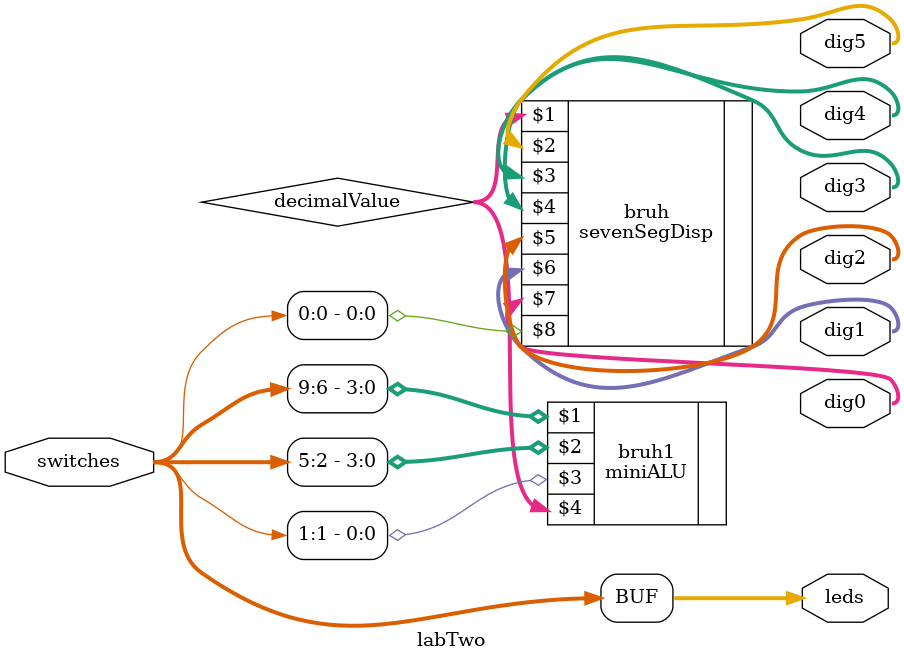
<source format=sv>
module labTwo(switches, leds, dig5, dig4, dig3, dig2, dig1, dig0);
	//since this is the top level, it should include all of your IO as ports
	//Inputs: switches
	//Outputs: leds, 6 seven segment signals (dig5, dig4, dig3, dig2, dig1, dig0) that are 8 bits each
	//Other reg/wires:
	 reg [3:0] input5, input4, input3, input2, input1, input0; //These are inputs for your six seven-seg displays 
	 reg [19:0] decimalValue;
	 
	 // assign decimalValue = {10'b0000000000, switches};

	/*
	----------PART ONE----------
	Assign your LED pin outs based on your switch inputs. 
	This should be very simple (assign statements) and can go directly in the top level
	----------PART ONE----------
	*/
	input [9:0] switches;
	output [9:0] leds;
	
	assign leds = switches;
	

	/*
	----------PART TWO----------
	First, fill out the code for the sevenSegDigit module.

	Instantiate 6 copies of sevenSegDigit, using the dig5, dig4, etc as inputs like so:
	sevenSegDigit digit5(input5, dig5); //Instantiation of the leftmost seven-seg display. Note that dig5 should be connected to the pins corresponding to the leftmost display

	In an always_comb block, you can set inputs to these digits to numbers you want to check!

	After finishing part two, comment out these 6 instantiations and the logic to set the inputs so that it does not interfere with part three
	----------PART TWO----------
	*/
	
	output reg [7:0] dig0;
	output reg [7:0] dig1;
	output reg [7:0] dig2;
	output reg [7:0] dig3;
	output reg [7:0] dig4;
	output reg [7:0] dig5;
	
	/*
	assign input5 = 4'b1000;
	assign input4 = 4'b0100;
	assign input3 = 4'b0010;
	assign input2 = 4'b0110;
	assign input1 = 4'b0011;
	assign input0 = 4'b0001;
	
	
	sevenSegDigit digit0 (input0, dig0);
	sevenSegDigit digit1 (input1, dig1);
	sevenSegDigit digit2 (input2, dig2);
	sevenSegDigit digit3 (input3, dig3);
	sevenSegDigit digit4 (input4, dig4);
	sevenSegDigit digit5 (input5, dig5); */ 
	

	

	

	/*
	----------PART FOUR----------
	First, fill out the code for the sevenSegDisp module.
	Instantiate the sevenSegDisp module using decimalValue as the input, and connecting the outputs to the six 8-bit seven segment display signal pins in your top level
	Instantiate miniALU with the appropriate signals from the switch inputs as inputs (based on the spec) and decimalValue as the output.
	----------PART FOUR----------
	*/
	


	/*
	----------PART FIVE----------
	We've used 8 of the switches for inputs A and B that are four bits each. One switch is the operation.
	Now, the last switch will act as an enable for the display. If the last switch is high, the display should work as intended.
	If the last switch is low, the display should be blank regardless of the math in part four. 
	We want to add a step between the output for sevenSegDisp and the actual output that goes to the display that sets the actual output to drive a blank display if the switch is low.
	----------PART FIVE----------
	*/

	miniALU bruh1 (switches[9:6], switches[5:2], switches[1], decimalValue);
	sevenSegDisp bruh (decimalValue, dig5, dig4, dig3, dig2, dig1, dig0, switches[0]);
	
	

	
	

endmodule

</source>
